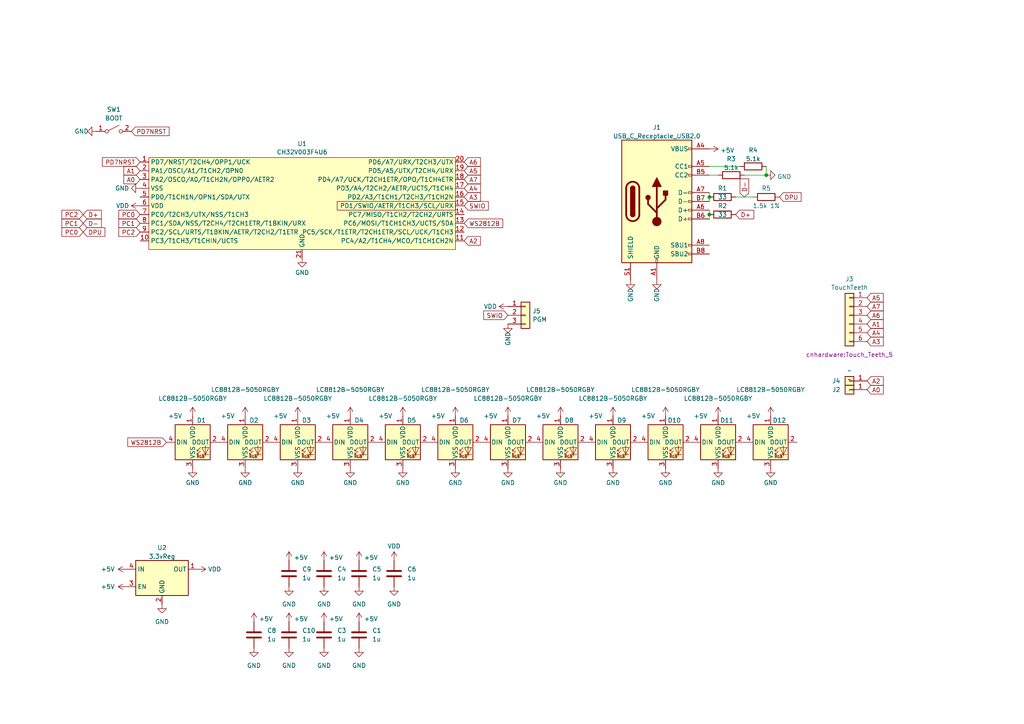
<source format=kicad_sch>
(kicad_sch (version 20230121) (generator eeschema)
  (paper "A4")
  (lib_symbols
    (symbol "CH32V003F4U6:CH32V003F4U6"
      (property "Reference" "U" (at 0 0 0))
      (property "Value" "CH32V003F4U6" (at 0 3.81 0))
      (symbol "CH32V003F4U6_0_1"
        (rectangle (start -44.45 12.7) (end 44.45 -13.97) (fill (type background)))
        (rectangle (start 10.16 0) (end 44.45 -2.54) (fill (type background)))
      )
      (symbol "CH32V003F4U6_1_1"
        (pin bidirectional line (at -46.99 11.43 0) (length 2.54) (name "PD7/NRST/T2CH4/OPP1/UCK") (number "1"))
        (pin bidirectional line (at -46.99 -11.43 0) (length 2.54) (name "PC3/T1CH3/T1CHIN/UCTS") (number "10"))
        (pin bidirectional line (at 46.99 -11.43 180) (length 2.54) (name "PC4/A2/T1CH4/MCO/T1CH1CH2N") (number "11"))
        (pin bidirectional line (at 46.99 -8.89 180) (length 2.54) (name "PC5/SCK/T1ETR/T2CH1ETR/SCL/UCK/T1CH3") (number "12"))
        (pin bidirectional line (at 46.99 -6.35 180) (length 2.54) (name "PC6/MOSI/T1CH1CH3/UCTS/SDA") (number "13"))
        (pin bidirectional line (at 46.99 -3.81 180) (length 2.54) (name "PC7/MISO/T1CH2/T2CH2/URTS") (number "14"))
        (pin bidirectional line (at 46.99 -1.27 180) (length 2.54) (name "PD1/SWIO/AETR/T1CH3/SCL/URX") (number "15"))
        (pin bidirectional line (at 46.99 1.27 180) (length 2.54) (name "PD2/A3/T1CH1/T2CH3/T1CH2N") (number "16"))
        (pin bidirectional line (at 46.99 3.81 180) (length 2.54) (name "PD3/A4/T2CH2/AETR/UCTS/T1CH4") (number "17"))
        (pin bidirectional line (at 46.99 6.35 180) (length 2.54) (name "PD4/A7/UCK/T2CH1ETR/OPO/T1CH4ETR") (number "18"))
        (pin bidirectional line (at 46.99 8.89 180) (length 2.54) (name "PD5/A5/UTX/T2CH4/URX") (number "19"))
        (pin bidirectional line (at -46.99 8.89 0) (length 2.54) (name "PA1/OSCI/A1/T1CH2/OPN0") (number "2"))
        (pin bidirectional line (at 46.99 11.43 180) (length 2.54) (name "PD6/A7/URX/T2CH3/UTX") (number "20"))
        (pin bidirectional line (at 0 -16.51 90) (length 2.54) (name "GND") (number "21"))
        (pin bidirectional line (at -46.99 6.35 0) (length 2.54) (name "PA2/OSCO/A0/T1CH2N/OPP0/AETR2") (number "3"))
        (pin bidirectional line (at -46.99 3.81 0) (length 2.54) (name "VSS") (number "4"))
        (pin bidirectional line (at -46.99 1.27 0) (length 2.54) (name "PD0/T1CH1N/OPN1/SDA/UTX") (number "5"))
        (pin bidirectional line (at -46.99 -1.27 0) (length 2.54) (name "VDD") (number "6"))
        (pin bidirectional line (at -46.99 -3.81 0) (length 2.54) (name "PC0/T2CH3/UTX/NSS/T1CH3") (number "7"))
        (pin bidirectional line (at -46.99 -6.35 0) (length 2.54) (name "PC1/SDA/NSS/T2CH4/T2CH1ETR/T1BKIN/URX") (number "8"))
        (pin bidirectional line (at -46.99 -8.89 0) (length 2.54) (name "PC2/SCL/URTS/T1BKIN/AETR/T2CH2/T1ETR") (number "9"))
      )
    )
    (symbol "Connector:USB_C_Receptacle_USB2.0" (pin_names (offset 1.016))
      (property "Reference" "J" (at -10.16 19.05 0))
      (property "Value" "USB_C_Receptacle_USB2.0" (at 19.05 19.05 0))
      (symbol "USB_C_Receptacle_USB2.0_0_0"
        (rectangle (start -0.254 -17.78) (end 0.254 -16.764))
        (rectangle (start 10.16 -14.986) (end 9.144 -15.494))
        (rectangle (start 10.16 -12.446) (end 9.144 -12.954))
        (rectangle (start 10.16 -4.826) (end 9.144 -5.334))
        (rectangle (start 10.16 -2.286) (end 9.144 -2.794))
        (rectangle (start 10.16 0.254) (end 9.144 -0.254))
        (rectangle (start 10.16 2.794) (end 9.144 2.286))
        (rectangle (start 10.16 7.874) (end 9.144 7.366))
        (rectangle (start 10.16 10.414) (end 9.144 9.906))
        (rectangle (start 10.16 15.494) (end 9.144 14.986))
      )
      (symbol "USB_C_Receptacle_USB2.0_0_1"
        (rectangle (start -10.16 17.78) (end 10.16 -17.78) (stroke (width 0.254)) (fill (type background)))
        (arc (start -8.89 -3.81) (mid -6.985 -5.7067) (end -5.08 -3.81) (stroke (width 0.508)))
        (arc (start -7.62 -3.81) (mid -6.985 -4.4423) (end -6.35 -3.81) (stroke (width 0.254)))
        (arc (start -7.62 -3.81) (mid -6.985 -4.4423) (end -6.35 -3.81) (stroke (width 0.254)) (fill (type outline)))
        (rectangle (start -7.62 -3.81) (end -6.35 3.81) (stroke (width 0.254)) (fill (type outline)))
        (arc (start -6.35 3.81) (mid -6.985 4.4423) (end -7.62 3.81) (stroke (width 0.254)))
        (arc (start -6.35 3.81) (mid -6.985 4.4423) (end -7.62 3.81) (stroke (width 0.254)) (fill (type outline)))
        (arc (start -5.08 3.81) (mid -6.985 5.7067) (end -8.89 3.81) (stroke (width 0.508)))
        (circle (center -2.54 1.143) (radius 0.635) (stroke (width 0.254)) (fill (type outline)))
        (circle (center 0 -5.842) (radius 1.27) (fill (type outline)))
        (polyline (pts (xy -8.89 -3.81) (xy -8.89 3.81)) (stroke (width 0.508)))
        (polyline (pts (xy -5.08 3.81) (xy -5.08 -3.81)) (stroke (width 0.508)))
        (polyline (pts (xy 0 -5.842) (xy 0 4.318)) (stroke (width 0.508)))
        (polyline (pts (xy 0 -3.302) (xy -2.54 -0.762) (xy -2.54 0.508)) (stroke (width 0.508)))
        (polyline (pts (xy 0 -2.032) (xy 2.54 0.508) (xy 2.54 1.778)) (stroke (width 0.508)))
        (polyline (pts (xy -1.27 4.318) (xy 0 6.858) (xy 1.27 4.318) (xy -1.27 4.318)) (stroke (width 0.254)) (fill (type outline)))
        (rectangle (start 1.905 1.778) (end 3.175 3.048) (stroke (width 0.254)) (fill (type outline)))
      )
      (symbol "USB_C_Receptacle_USB2.0_1_1"
        (pin passive line (at 0 -22.86 90) (length 5.08) (name "GND") (number "A1"))
        (pin passive line (at 0 -22.86 90) (length 5.08) hide (name "GND") (number "A12"))
        (pin passive line (at 15.24 15.24 180) (length 5.08) (name "VBUS") (number "A4"))
        (pin bidirectional line (at 15.24 10.16 180) (length 5.08) (name "CC1") (number "A5"))
        (pin bidirectional line (at 15.24 -2.54 180) (length 5.08) (name "D+") (number "A6"))
        (pin bidirectional line (at 15.24 2.54 180) (length 5.08) (name "D-") (number "A7"))
        (pin bidirectional line (at 15.24 -12.7 180) (length 5.08) (name "SBU1") (number "A8"))
        (pin passive line (at 15.24 15.24 180) (length 5.08) hide (name "VBUS") (number "A9"))
        (pin passive line (at 0 -22.86 90) (length 5.08) hide (name "GND") (number "B1"))
        (pin passive line (at 0 -22.86 90) (length 5.08) hide (name "GND") (number "B12"))
        (pin passive line (at 15.24 15.24 180) (length 5.08) hide (name "VBUS") (number "B4"))
        (pin bidirectional line (at 15.24 7.62 180) (length 5.08) (name "CC2") (number "B5"))
        (pin bidirectional line (at 15.24 -5.08 180) (length 5.08) (name "D+") (number "B6"))
        (pin bidirectional line (at 15.24 0 180) (length 5.08) (name "D-") (number "B7"))
        (pin bidirectional line (at 15.24 -15.24 180) (length 5.08) (name "SBU2") (number "B8"))
        (pin passive line (at 15.24 15.24 180) (length 5.08) hide (name "VBUS") (number "B9"))
        (pin passive line (at -7.62 -22.86 90) (length 5.08) (name "SHIELD") (number "S1"))
      )
    )
    (symbol "Connector_Generic:Conn_01x01" (pin_names (offset 1.016) hide)
      (property "Reference" "J" (at 0 2.54 0))
      (property "Value" "Conn_01x01" (at 0 -2.54 0))
      (symbol "Conn_01x01_1_1"
        (rectangle (start -1.27 0.127) (end 0 -0.127) (stroke (width 0.1524)))
        (rectangle (start -1.27 1.27) (end 1.27 -1.27) (stroke (width 0.254)) (fill (type background)))
        (pin passive line (at -5.08 0 0) (length 3.81) (name "Pin_1") (number "1"))
      )
    )
    (symbol "Connector_Generic:Conn_01x03" (pin_names (offset 1.016) hide)
      (property "Reference" "J" (at 0 5.08 0))
      (property "Value" "Conn_01x03" (at 0 -5.08 0))
      (symbol "Conn_01x03_1_1"
        (rectangle (start -1.27 -2.413) (end 0 -2.667) (stroke (width 0.1524)))
        (rectangle (start -1.27 0.127) (end 0 -0.127) (stroke (width 0.1524)))
        (rectangle (start -1.27 2.667) (end 0 2.413) (stroke (width 0.1524)))
        (rectangle (start -1.27 3.81) (end 1.27 -3.81) (stroke (width 0.254)) (fill (type background)))
        (pin passive line (at -5.08 2.54 0) (length 3.81) (name "Pin_1") (number "1"))
        (pin passive line (at -5.08 0 0) (length 3.81) (name "Pin_2") (number "2"))
        (pin passive line (at -5.08 -2.54 0) (length 3.81) (name "Pin_3") (number "3"))
      )
    )
    (symbol "Connector_Generic:Conn_01x06" (pin_names (offset 1.016) hide)
      (property "Reference" "J" (at 0 7.62 0))
      (property "Value" "Conn_01x06" (at 0 -10.16 0))
      (symbol "Conn_01x06_1_1"
        (rectangle (start -1.27 -7.493) (end 0 -7.747) (stroke (width 0.1524)))
        (rectangle (start -1.27 -4.953) (end 0 -5.207) (stroke (width 0.1524)))
        (rectangle (start -1.27 -2.413) (end 0 -2.667) (stroke (width 0.1524)))
        (rectangle (start -1.27 0.127) (end 0 -0.127) (stroke (width 0.1524)))
        (rectangle (start -1.27 2.667) (end 0 2.413) (stroke (width 0.1524)))
        (rectangle (start -1.27 5.207) (end 0 4.953) (stroke (width 0.1524)))
        (rectangle (start -1.27 6.35) (end 1.27 -8.89) (stroke (width 0.254)) (fill (type background)))
        (pin passive line (at -5.08 5.08 0) (length 3.81) (name "Pin_1") (number "1"))
        (pin passive line (at -5.08 2.54 0) (length 3.81) (name "Pin_2") (number "2"))
        (pin passive line (at -5.08 0 0) (length 3.81) (name "Pin_3") (number "3"))
        (pin passive line (at -5.08 -2.54 0) (length 3.81) (name "Pin_4") (number "4"))
        (pin passive line (at -5.08 -5.08 0) (length 3.81) (name "Pin_5") (number "5"))
        (pin passive line (at -5.08 -7.62 0) (length 3.81) (name "Pin_6") (number "6"))
      )
    )
    (symbol "Device:C" (pin_numbers hide) (pin_names (offset 0.254))
      (property "Reference" "C" (at 0.635 2.54 0))
      (property "Value" "C" (at 0.635 -2.54 0))
      (symbol "C_0_1"
        (polyline (pts (xy -2.032 -0.762) (xy 2.032 -0.762)) (stroke (width 0.508)))
        (polyline (pts (xy -2.032 0.762) (xy 2.032 0.762)) (stroke (width 0.508)))
      )
      (symbol "C_1_1"
        (pin passive line (at 0 3.81 270) (length 2.794) (name "~") (number "1"))
        (pin passive line (at 0 -3.81 90) (length 2.794) (name "~") (number "2"))
      )
    )
    (symbol "Device:R" (pin_numbers hide) (pin_names (offset 0))
      (property "Reference" "R" (at 2.032 0 90))
      (property "Value" "R" (at 0 0 90))
      (symbol "R_0_1"
        (rectangle (start -1.016 -2.54) (end 1.016 2.54) (stroke (width 0.254)))
      )
      (symbol "R_1_1"
        (pin passive line (at 0 3.81 270) (length 1.27) (name "~") (number "1"))
        (pin passive line (at 0 -3.81 90) (length 1.27) (name "~") (number "2"))
      )
    )
    (symbol "LED:WS2812B" (pin_names (offset 0.254))
      (property "Reference" "D" (at 5.08 5.715 0))
      (property "Value" "WS2812B" (at 1.27 -5.715 0))
      (symbol "WS2812B_0_0"
        (text "RGB" (at 2.286 -4.191 0) (effects (font (size 0.762 0.762))))
      )
      (symbol "WS2812B_0_1"
        (polyline (pts (xy 1.27 -3.556) (xy 1.778 -3.556)))
        (polyline (pts (xy 1.27 -2.54) (xy 1.778 -2.54)))
        (polyline (pts (xy 4.699 -3.556) (xy 2.667 -3.556)))
        (polyline (pts (xy 2.286 -2.54) (xy 1.27 -3.556) (xy 1.27 -3.048)))
        (polyline (pts (xy 2.286 -1.524) (xy 1.27 -2.54) (xy 1.27 -2.032)))
        (polyline (pts (xy 3.683 -1.016) (xy 3.683 -3.556) (xy 3.683 -4.064)))
        (polyline (pts (xy 4.699 -1.524) (xy 2.667 -1.524) (xy 3.683 -3.556) (xy 4.699 -1.524)))
        (rectangle (start 5.08 5.08) (end -5.08 -5.08) (stroke (width 0.254)) (fill (type background)))
      )
      (symbol "WS2812B_1_1"
        (pin power_in line (at 0 7.62 270) (length 2.54) (name "VDD") (number "1"))
        (pin output line (at 7.62 0 180) (length 2.54) (name "DOUT") (number "2"))
        (pin power_in line (at 0 -7.62 90) (length 2.54) (name "VSS") (number "3"))
        (pin input line (at -7.62 0 0) (length 2.54) (name "DIN") (number "4"))
      )
    )
    (symbol "Regulator_Linear:NCP115AMX120TCG"
      (property "Reference" "U" (at 2.54 10.16 0))
      (property "Value" "NCP115AMX120TCG" (at 10.16 7.62 0))
      (symbol "NCP115AMX120TCG_0_1"
        (rectangle (start -7.62 5.08) (end 7.62 -5.08) (stroke (width 0.254)) (fill (type background)))
      )
      (symbol "NCP115AMX120TCG_1_1"
        (pin power_out line (at 10.16 2.54 180) (length 2.54) (name "OUT") (number "1"))
        (pin power_in line (at 0 -7.62 90) (length 2.54) (name "GND") (number "2"))
        (pin input line (at -10.16 -2.54 0) (length 2.54) (name "EN") (number "3"))
        (pin power_in line (at -10.16 2.54 0) (length 2.54) (name "IN") (number "4"))
        (pin passive line (at 0 -7.62 90) (length 2.54) hide (name "GND") (number "5"))
      )
    )
    (symbol "Switch:SW_SPST" (pin_names (offset 0) hide)
      (property "Reference" "SW" (at 0 3.175 0))
      (property "Value" "SW_SPST" (at 0 -2.54 0))
      (symbol "SW_SPST_0_0"
        (circle (center -2.032 0) (radius 0.508))
        (polyline (pts (xy -1.524 0.254) (xy 1.524 1.778)))
        (circle (center 2.032 0) (radius 0.508))
      )
      (symbol "SW_SPST_1_1"
        (pin passive line (at -5.08 0 0) (length 2.54) (name "A") (number "1"))
        (pin passive line (at 5.08 0 180) (length 2.54) (name "B") (number "2"))
      )
    )
    (symbol "power:+5V" (power) (pin_names (offset 0))
      (property "Value" "+5V" (at 0 3.556 0))
      (symbol "+5V_0_1"
        (polyline (pts (xy -0.762 1.27) (xy 0 2.54)))
        (polyline (pts (xy 0 0) (xy 0 2.54)))
        (polyline (pts (xy 0 2.54) (xy 0.762 1.27)))
      )
      (symbol "+5V_1_1"
        (pin power_in line (at 0 0 90) (length 0) hide (name "+5V") (number "1"))
      )
    )
    (symbol "power:GND" (power) (pin_names (offset 0))
      (property "Value" "GND" (at 0 -3.81 0))
      (symbol "GND_0_1"
        (polyline (pts (xy 0 0) (xy 0 -1.27) (xy 1.27 -1.27) (xy 0 -2.54) (xy -1.27 -1.27) (xy 0 -1.27)))
      )
      (symbol "GND_1_1"
        (pin power_in line (at 0 0 270) (length 0) hide (name "GND") (number "1"))
      )
    )
    (symbol "power:VDD" (power) (pin_names (offset 0))
      (property "Value" "VDD" (at 0 3.81 0))
      (symbol "VDD_0_1"
        (polyline (pts (xy -0.762 1.27) (xy 0 2.54)))
        (polyline (pts (xy 0 0) (xy 0 2.54)))
        (polyline (pts (xy 0 2.54) (xy 0.762 1.27)))
      )
      (symbol "VDD_1_1"
        (pin power_in line (at 0 0 90) (length 0) hide (name "VDD") (number "1"))
      )
    )
  )
  (junction (at 205.74 62.23))
  (junction (at 205.74 57.15))
  (junction (at 222.25 50.8))
  (wire (pts (xy 208.28 50.8) (xy 205.74 50.8)))
  (wire (pts (xy 205.74 57.15) (xy 205.74 58.42)))
  (wire (pts (xy 205.74 62.23) (xy 205.74 63.5)))
  (wire (pts (xy 214.63 48.26) (xy 205.74 48.26)))
  (wire (pts (xy 215.9 50.8) (xy 222.25 50.8)))
  (wire (pts (xy 213.36 57.15) (xy 218.44 57.15)))
  (wire (pts (xy 205.74 60.96) (xy 205.74 62.23)))
  (wire (pts (xy 205.74 55.88) (xy 205.74 57.15)))
  (wire (pts (xy 222.25 50.8) (xy 222.25 48.26)))
  (global_label "A7" (shape input) (at 251.46 88.9 0) (property "Intersheetrefs" "${INTERSHEET_REFS}" (effects hide)))
  (global_label "A6" (shape input) (at 251.46 91.44 0) (property "Intersheetrefs" "${INTERSHEET_REFS}" (effects hide)))
  (global_label "DPU" (shape input) (at 226.06 57.15 0) (property "Intersheetrefs" "${INTERSHEET_REFS}" (effects hide)))
  (global_label "D-" (shape input) (at 215.9 57.15 90) (property "Intersheetrefs" "${INTERSHEET_REFS}" (effects hide)))
  (global_label "A0" (shape input) (at 40.64 52.07 180) (property "Intersheetrefs" "${INTERSHEET_REFS}" (effects hide)))
  (global_label "A2" (shape input) (at 251.46 110.49 0) (property "Intersheetrefs" "${INTERSHEET_REFS}" (effects hide)))
  (global_label "A6" (shape input) (at 134.62 46.99 0) (property "Intersheetrefs" "${INTERSHEET_REFS}" (effects hide)))
  (global_label "D+" (shape input) (at 24.13 62.23 0) (property "Intersheetrefs" "${INTERSHEET_REFS}" (effects hide)))
  (global_label "A5" (shape input) (at 251.46 86.36 0) (property "Intersheetrefs" "${INTERSHEET_REFS}" (effects hide)))
  (global_label "A2" (shape input) (at 134.62 69.85 0) (property "Intersheetrefs" "${INTERSHEET_REFS}" (effects hide)))
  (global_label "A5" (shape input) (at 134.62 49.53 0) (property "Intersheetrefs" "${INTERSHEET_REFS}" (effects hide)))
  (global_label "PC2" (shape input) (at 24.13 62.23 180) (property "Intersheetrefs" "${INTERSHEET_REFS}" (effects hide)))
  (global_label "D-" (shape input) (at 24.13 64.77 0) (property "Intersheetrefs" "${INTERSHEET_REFS}" (effects hide)))
  (global_label "A1" (shape input) (at 40.64 49.53 180) (property "Intersheetrefs" "${INTERSHEET_REFS}" (effects hide)))
  (global_label "D+" (shape input) (at 213.36 62.23 0) (property "Intersheetrefs" "${INTERSHEET_REFS}" (effects hide)))
  (global_label "WS2812B" (shape input) (at 134.62 64.77 0) (property "Intersheetrefs" "${INTERSHEET_REFS}" (effects hide)))
  (global_label "A3" (shape input) (at 134.62 57.15 0) (property "Intersheetrefs" "${INTERSHEET_REFS}" (effects hide)))
  (global_label "SWIO" (shape input) (at 134.62 59.69 0) (property "Intersheetrefs" "${INTERSHEET_REFS}" (effects hide)))
  (global_label "SWIO" (shape input) (at 147.32 91.44 180) (property "Intersheetrefs" "${INTERSHEET_REFS}" (effects hide)))
  (global_label "PC2" (shape input) (at 40.64 67.31 180) (property "Intersheetrefs" "${INTERSHEET_REFS}" (effects hide)))
  (global_label "PD7NRST" (shape input) (at 40.64 46.99 180) (property "Intersheetrefs" "${INTERSHEET_REFS}" (effects hide)))
  (global_label "DPU" (shape input) (at 24.13 67.31 0) (property "Intersheetrefs" "${INTERSHEET_REFS}" (effects hide)))
  (global_label "A0" (shape input) (at 251.46 113.03 0) (property "Intersheetrefs" "${INTERSHEET_REFS}" (effects hide)))
  (global_label "A7" (shape input) (at 134.62 52.07 0) (property "Intersheetrefs" "${INTERSHEET_REFS}" (effects hide)))
  (global_label "WS2812B" (shape input) (at 48.26 128.27 180) (property "Intersheetrefs" "${INTERSHEET_REFS}" (effects hide)))
  (global_label "PC0" (shape input) (at 40.64 62.23 180) (property "Intersheetrefs" "${INTERSHEET_REFS}" (effects hide)))
  (global_label "PC1" (shape input) (at 24.13 64.77 180) (property "Intersheetrefs" "${INTERSHEET_REFS}" (effects hide)))
  (global_label "A1" (shape input) (at 251.46 93.98 0) (property "Intersheetrefs" "${INTERSHEET_REFS}" (effects hide)))
  (global_label "PC1" (shape input) (at 40.64 64.77 180) (property "Intersheetrefs" "${INTERSHEET_REFS}" (effects hide)))
  (global_label "A4" (shape input) (at 251.46 96.52 0) (property "Intersheetrefs" "${INTERSHEET_REFS}" (effects hide)))
  (global_label "PD7NRST" (shape input) (at 38.1 38.1 0) (property "Intersheetrefs" "${INTERSHEET_REFS}" (effects hide)))
  (global_label "PC0" (shape input) (at 24.13 67.31 180) (property "Intersheetrefs" "${INTERSHEET_REFS}" (effects hide)))
  (global_label "A4" (shape input) (at 134.62 54.61 0) (property "Intersheetrefs" "${INTERSHEET_REFS}" (effects hide)))
  (global_label "A3" (shape input) (at 251.46 99.06 0) (property "Intersheetrefs" "${INTERSHEET_REFS}" (effects hide)))
  (symbol (lib_id "power:GND") (at 104.14 187.96 0) (unit 1)
    (property "Reference" "#PWR038" (effects hide))
    (property "Value" "GND" (at 104.14 193.04 0))
  )
  (symbol (lib_id "power:GND") (at 193.04 135.89 0) (unit 1)
    (property "Reference" "#PWR020" (effects hide))
    (property "Value" "GND" (at 193.04 140.0231 0))
  )
  (symbol (lib_id "Device:C") (at 83.82 184.15 0) (unit 1)
    (property "Reference" "C10" (at 87.63 182.8799 0) (effects (justify left)))
    (property "Value" "1u" (at 87.63 185.4199 0) (effects (justify left)))
    (property "Footprint" "Capacitor_SMD:C_0402_1005Metric" (effects hide))
    (property "LCSC" "C237173" (effects hide))
  )
  (symbol (lib_id "power:GND") (at 190.5 81.28 0) (unit 1)
    (property "Reference" "#PWR029" (effects hide))
    (property "Value" "GND" (at 190.5 87.63 90) (effects (justify left)))
  )
  (symbol (lib_id "power:GND") (at 177.8 135.89 0) (unit 1)
    (property "Reference" "#PWR018" (effects hide))
    (property "Value" "GND" (at 177.8 140.0231 0))
  )
  (symbol (lib_id "Device:C") (at 104.14 184.15 0) (unit 1)
    (property "Reference" "C1" (at 107.95 182.8799 0) (effects (justify left)))
    (property "Value" "1u" (at 107.95 185.4199 0) (effects (justify left)))
    (property "Footprint" "Capacitor_SMD:C_0402_1005Metric" (effects hide))
    (property "LCSC" "C237173" (effects hide))
  )
  (symbol (lib_id "power:+5V") (at 193.04 120.65 0) (unit 1)
    (property "Reference" "#PWR019" (effects hide))
    (property "Value" "+5V" (at 187.96 120.65 0))
  )
  (symbol (lib_id "power:GND") (at 46.99 175.26 0) (unit 1)
    (property "Reference" "#PWR035" (effects hide))
    (property "Value" "GND" (at 46.99 180.34 0))
  )
  (symbol (lib_id "power:+5V") (at 71.12 120.65 0) (unit 1)
    (property "Reference" "#PWR03" (effects hide))
    (property "Value" "+5V" (at 66.04 120.65 0))
  )
  (symbol (lib_id "power:VDD") (at 40.64 59.69 90) (unit 1)
    (property "Reference" "#PWR027" (effects hide))
    (property "Value" "VDD" (at 37.465 59.69 90) (effects (justify left)))
  )
  (symbol (lib_id "power:+5V") (at 93.98 180.34 0) (unit 1)
    (property "Reference" "#PWR041" (effects hide))
    (property "Value" "+5V" (at 95.377 179.5038 0) (effects (justify left)))
  )
  (symbol (lib_id "LED:WS2812B") (at 193.04 128.27 0) (unit 1)
    (property "Reference" "D10" (at 195.58 121.92 0))
    (property "Value" "LC8812B-5050RGBY" (at 193.04 113.03 0))
    (property "Footprint" "LED_SMD:LED_WS2812B_PLCC4_5.0x5.0mm_P3.2mm" (effects hide))
    (property "Datasheet" "https://cdn-shop.adafruit.com/datasheets/WS2812B.pdf" (effects hide))
    (property "LCSC" "C7437125" (effects hide))
  )
  (symbol (lib_id "power:GND") (at 87.63 74.93 0) (unit 1)
    (property "Reference" "#PWR025" (effects hide))
    (property "Value" "GND" (at 87.63 79.0631 0))
  )
  (symbol (lib_id "power:GND") (at 116.84 135.89 0) (unit 1)
    (property "Reference" "#PWR010" (effects hide))
    (property "Value" "GND" (at 116.84 140.0231 0))
  )
  (symbol (lib_id "Device:R") (at 212.09 50.8 90) (unit 1)
    (property "Reference" "R3" (at 212.09 46.0842 90))
    (property "Value" "5.1k" (at 212.09 48.6211 90))
    (property "Footprint" "Resistor_SMD:R_0402_1005Metric" (effects hide))
    (property "LCSC" "C258132" (effects hide))
  )
  (symbol (lib_id "power:GND") (at 222.25 50.8 90) (unit 1)
    (property "Reference" "#PWR031" (effects hide))
    (property "Value" "GND" (at 225.425 51.2338 90) (effects (justify right)))
  )
  (symbol (lib_id "Switch:SW_SPST") (at 33.02 38.1 0) (unit 1)
    (property "Reference" "SW1" (at 33.02 31.75 0))
    (property "Value" "BOOT" (at 33.02 34.29 0))
    (property "Footprint" "cnhardware:TS-1187A-B-A-B-TACTILE" (effects hide))
    (property "LCSC" "C318884" (effects hide))
  )
  (symbol (lib_id "Device:C") (at 114.3 166.37 0) (unit 1)
    (property "Reference" "C6" (at 118.11 165.0999 0) (effects (justify left)))
    (property "Value" "1u" (at 118.11 167.6399 0) (effects (justify left)))
    (property "Footprint" "Capacitor_SMD:C_0402_1005Metric" (effects hide))
    (property "LCSC" "C237173" (effects hide))
  )
  (symbol (lib_id "LED:WS2812B") (at 132.08 128.27 0) (unit 1)
    (property "Reference" "D6" (at 134.62 121.92 0))
    (property "Value" "LC8812B-5050RGBY" (at 132.08 113.03 0))
    (property "Footprint" "LED_SMD:LED_WS2812B_PLCC4_5.0x5.0mm_P3.2mm" (effects hide))
    (property "Datasheet" "https://cdn-shop.adafruit.com/datasheets/WS2812B.pdf" (effects hide))
    (property "LCSC" "C7437125" (effects hide))
  )
  (symbol (lib_id "power:+5V") (at 83.82 180.34 0) (unit 1)
    (property "Reference" "#PWR055" (effects hide))
    (property "Value" "+5V" (at 85.217 179.5038 0) (effects (justify left)))
  )
  (symbol (lib_id "power:GND") (at 27.94 38.1 270) (unit 1)
    (property "Reference" "#PWR032" (effects hide))
    (property "Value" "GND" (at 21.59 38.1 90) (effects (justify left)))
  )
  (symbol (lib_id "power:+5V") (at 104.14 180.34 0) (unit 1)
    (property "Reference" "#PWR036" (effects hide))
    (property "Value" "+5V" (at 105.537 179.5038 0) (effects (justify left)))
  )
  (symbol (lib_id "LED:WS2812B") (at 55.88 128.27 0) (unit 1)
    (property "Reference" "D1" (at 58.42 121.92 0))
    (property "Value" "LC8812B-5050RGBY" (at 55.88 115.57 0))
    (property "Footprint" "LED_SMD:LED_WS2812B_PLCC4_5.0x5.0mm_P3.2mm" (effects hide))
    (property "Datasheet" "https://cdn-shop.adafruit.com/datasheets/WS2812B.pdf" (effects hide))
    (property "LCSC" "C7437125" (effects hide))
  )
  (symbol (lib_id "power:GND") (at 104.14 170.18 0) (unit 1)
    (property "Reference" "#PWR046" (effects hide))
    (property "Value" "GND" (at 104.14 175.26 0))
  )
  (symbol (lib_id "power:+5V") (at 208.28 120.65 0) (unit 1)
    (property "Reference" "#PWR021" (effects hide))
    (property "Value" "+5V" (at 203.2 120.65 0))
  )
  (symbol (lib_id "power:+5V") (at 36.83 170.18 90) (unit 1)
    (property "Reference" "#PWR034" (effects hide))
    (property "Value" "+5V" (at 29.21 170.18 90) (effects (justify right)))
  )
  (symbol (lib_id "power:VDD") (at 147.32 88.9 90) (unit 1)
    (property "Reference" "#PWR049" (effects hide))
    (property "Value" "VDD" (at 144.145 88.9 90) (effects (justify left)))
  )
  (symbol (lib_id "LED:WS2812B") (at 116.84 128.27 0) (unit 1)
    (property "Reference" "D5" (at 119.38 121.92 0))
    (property "Value" "LC8812B-5050RGBY" (at 116.84 115.57 0))
    (property "Footprint" "LED_SMD:LED_WS2812B_PLCC4_5.0x5.0mm_P3.2mm" (effects hide))
    (property "Datasheet" "https://cdn-shop.adafruit.com/datasheets/WS2812B.pdf" (effects hide))
    (property "LCSC" "C7437125" (effects hide))
  )
  (symbol (lib_id "power:GND") (at 101.6 135.89 0) (unit 1)
    (property "Reference" "#PWR08" (effects hide))
    (property "Value" "GND" (at 101.6 140.0231 0))
  )
  (symbol (lib_id "power:+5V") (at 86.36 120.65 0) (unit 1)
    (property "Reference" "#PWR05" (effects hide))
    (property "Value" "+5V" (at 81.28 120.65 0))
  )
  (symbol (lib_id "Device:R") (at 222.25 57.15 90) (unit 1)
    (property "Reference" "R5" (at 222.25 54.61 90))
    (property "Value" "1.5k 1%" (at 222.25 59.69 90))
    (property "Footprint" "Resistor_SMD:R_0402_1005Metric" (effects hide))
    (property "LCSC" "C25867" (effects hide))
  )
  (symbol (lib_id "power:+5V") (at 93.98 162.56 0) (unit 1)
    (property "Reference" "#PWR043" (effects hide))
    (property "Value" "+5V" (at 95.377 161.7238 0) (effects (justify left)))
  )
  (symbol (lib_id "power:+5V") (at 162.56 120.65 0) (unit 1)
    (property "Reference" "#PWR015" (effects hide))
    (property "Value" "+5V" (at 157.48 120.65 0))
  )
  (symbol (lib_id "power:GND") (at 86.36 135.89 0) (unit 1)
    (property "Reference" "#PWR06" (effects hide))
    (property "Value" "GND" (at 86.36 140.0231 0))
  )
  (symbol (lib_id "Connector:USB_C_Receptacle_USB2.0") (at 190.5 58.42 0) (unit 1)
    (property "Reference" "J1" (at 190.5 36.9402 0))
    (property "Value" "USB_C_Receptacle_USB2.0" (at 190.5 39.4771 0))
    (property "Footprint" "Connector_USB:USB_C_Receptacle_HRO_TYPE-C-31-M-12" (effects hide))
    (property "Datasheet" "https://www.usb.org/sites/default/files/documents/usb_type-c.zip" (effects hide))
    (property "LCSC" "C709358" (effects hide))
  )
  (symbol (lib_id "power:GND") (at 40.64 54.61 270) (unit 1)
    (property "Reference" "#PWR026" (effects hide))
    (property "Value" "GND" (at 37.4651 54.61 90) (effects (justify right)))
  )
  (symbol (lib_id "power:+5V") (at 55.88 120.65 0) (unit 1)
    (property "Reference" "#PWR01" (effects hide))
    (property "Value" "+5V" (at 50.8 120.65 0))
  )
  (symbol (lib_id "LED:WS2812B") (at 177.8 128.27 0) (unit 1)
    (property "Reference" "D9" (at 180.34 121.92 0))
    (property "Value" "LC8812B-5050RGBY" (at 177.8 115.57 0))
    (property "Footprint" "LED_SMD:LED_WS2812B_PLCC4_5.0x5.0mm_P3.2mm" (effects hide))
    (property "Datasheet" "https://cdn-shop.adafruit.com/datasheets/WS2812B.pdf" (effects hide))
    (property "LCSC" "C7437125" (effects hide))
  )
  (symbol (lib_id "power:GND") (at 182.88 81.28 0) (unit 1)
    (property "Reference" "#PWR028" (effects hide))
    (property "Value" "GND" (at 182.88 87.63 90) (effects (justify left)))
  )
  (symbol (lib_id "power:GND") (at 73.66 187.96 0) (unit 1)
    (property "Reference" "#PWR052" (effects hide))
    (property "Value" "GND" (at 73.66 193.04 0))
  )
  (symbol (lib_id "power:GND") (at 132.08 135.89 0) (unit 1)
    (property "Reference" "#PWR012" (effects hide))
    (property "Value" "GND" (at 132.08 140.0231 0))
  )
  (symbol (lib_id "Connector_Generic:Conn_01x01") (at 246.38 110.49 180) (unit 1)
    (property "Reference" "J4" (at 242.57 110.49 0))
    (property "Value" "~" (at 246.38 107.4999 0))
    (property "Footprint" "cnhardware:touchpad_12.5x7mm_retircle" (effects hide))
  )
  (symbol (lib_id "power:GND") (at 93.98 187.96 0) (unit 1)
    (property "Reference" "#PWR042" (effects hide))
    (property "Value" "GND" (at 93.98 193.04 0))
  )
  (symbol (lib_id "power:GND") (at 83.82 187.96 0) (unit 1)
    (property "Reference" "#PWR056" (effects hide))
    (property "Value" "GND" (at 83.82 193.04 0))
  )
  (symbol (lib_id "LED:WS2812B") (at 71.12 128.27 0) (unit 1)
    (property "Reference" "D2" (at 73.66 121.92 0))
    (property "Value" "LC8812B-5050RGBY" (at 71.12 113.03 0))
    (property "Footprint" "LED_SMD:LED_WS2812B_PLCC4_5.0x5.0mm_P3.2mm" (effects hide))
    (property "Datasheet" "https://cdn-shop.adafruit.com/datasheets/WS2812B.pdf" (effects hide))
    (property "LCSC" "C7437125" (effects hide))
  )
  (symbol (lib_id "Device:C") (at 93.98 184.15 0) (unit 1)
    (property "Reference" "C3" (at 97.79 182.8799 0) (effects (justify left)))
    (property "Value" "1u" (at 97.79 185.4199 0) (effects (justify left)))
    (property "Footprint" "Capacitor_SMD:C_0402_1005Metric" (effects hide))
    (property "LCSC" "C237173" (effects hide))
  )
  (symbol (lib_id "power:GND") (at 162.56 135.89 0) (unit 1)
    (property "Reference" "#PWR016" (effects hide))
    (property "Value" "GND" (at 162.56 140.0231 0))
  )
  (symbol (lib_id "power:VDD") (at 114.3 162.56 0) (unit 1)
    (property "Reference" "#PWR039" (effects hide))
    (property "Value" "VDD" (at 114.3 158.4269 0))
  )
  (symbol (lib_id "power:GND") (at 147.32 135.89 0) (unit 1)
    (property "Reference" "#PWR014" (effects hide))
    (property "Value" "GND" (at 147.32 140.0231 0))
  )
  (symbol (lib_id "power:GND") (at 71.12 135.89 0) (unit 1)
    (property "Reference" "#PWR04" (effects hide))
    (property "Value" "GND" (at 71.12 140.0231 0))
  )
  (symbol (lib_id "power:GND") (at 223.52 135.89 0) (unit 1)
    (property "Reference" "#PWR024" (effects hide))
    (property "Value" "GND" (at 223.52 140.0231 0))
  )
  (symbol (lib_id "Regulator_Linear:NCP115AMX120TCG") (at 46.99 167.64 0) (unit 1)
    (property "Reference" "U2" (at 46.99 158.8602 0))
    (property "Value" "3.3vReg" (at 46.99 161.3971 0))
    (property "Footprint" "cnhardware:xdfn-reg" (effects hide))
    (property "Datasheet" "https://www.onsemi.com/pub/Collateral/NCP115-D.PDF" (effects hide))
    (property "LCSC" "C81114" (effects hide))
  )
  (symbol (lib_id "Device:C") (at 104.14 166.37 0) (unit 1)
    (property "Reference" "C5" (at 107.95 165.0999 0) (effects (justify left)))
    (property "Value" "1u" (at 107.95 167.6399 0) (effects (justify left)))
    (property "Footprint" "Capacitor_SMD:C_0402_1005Metric" (effects hide))
    (property "LCSC" "C237173" (effects hide))
  )
  (symbol (lib_id "Connector_Generic:Conn_01x01") (at 246.38 113.03 180) (unit 1)
    (property "Reference" "J2" (at 242.57 113.03 0))
    (property "Value" "~" (at 246.38 110.0399 0))
    (property "Footprint" "cnhardware:touchpad_12.5x7mm_retircle" (effects hide))
  )
  (symbol (lib_id "LED:WS2812B") (at 223.52 128.27 0) (unit 1)
    (property "Reference" "D12" (at 226.06 121.92 0))
    (property "Value" "LC8812B-5050RGBY" (at 223.52 113.03 0))
    (property "Footprint" "LED_SMD:LED_WS2812B_PLCC4_5.0x5.0mm_P3.2mm" (effects hide))
    (property "Datasheet" "https://cdn-shop.adafruit.com/datasheets/WS2812B.pdf" (effects hide))
    (property "LCSC" "C7437125" (effects hide))
  )
  (symbol (lib_id "Device:C") (at 93.98 166.37 0) (unit 1)
    (property "Reference" "C4" (at 97.79 165.0999 0) (effects (justify left)))
    (property "Value" "1u" (at 97.79 167.6399 0) (effects (justify left)))
    (property "Footprint" "Capacitor_SMD:C_0402_1005Metric" (effects hide))
    (property "LCSC" "C237173" (effects hide))
  )
  (symbol (lib_id "power:GND") (at 93.98 170.18 0) (unit 1)
    (property "Reference" "#PWR044" (effects hide))
    (property "Value" "GND" (at 93.98 175.26 0))
  )
  (symbol (lib_id "power:+5V") (at 132.08 120.65 0) (unit 1)
    (property "Reference" "#PWR011" (effects hide))
    (property "Value" "+5V" (at 127 120.65 0))
  )
  (symbol (lib_id "CH32V003F4U6:CH32V003F4U6") (at 87.63 58.42 0) (unit 1)
    (property "Reference" "U1" (at 87.63 41.7027 0))
    (property "Value" "CH32V003F4U6" (at 87.63 44.1269 0))
    (property "Footprint" "Package_DFN_QFN:QFN-20-1EP_3x3mm_P0.4mm_EP1.65x1.65mm" (effects hide))
    (property "LCSC" "C5299908" (effects hide))
  )
  (symbol (lib_id "power:VDD") (at 57.15 165.1 270) (unit 1)
    (property "Reference" "#PWR037" (effects hide))
    (property "Value" "VDD" (at 60.325 165.1 90) (effects (justify left)))
  )
  (symbol (lib_id "power:+5V") (at 147.32 120.65 0) (unit 1)
    (property "Reference" "#PWR013" (effects hide))
    (property "Value" "+5V" (at 142.24 120.65 0))
  )
  (symbol (lib_id "LED:WS2812B") (at 101.6 128.27 0) (unit 1)
    (property "Reference" "D4" (at 104.14 121.92 0))
    (property "Value" "LC8812B-5050RGBY" (at 101.6 113.03 0))
    (property "Footprint" "LED_SMD:LED_WS2812B_PLCC4_5.0x5.0mm_P3.2mm" (effects hide))
    (property "Datasheet" "https://cdn-shop.adafruit.com/datasheets/WS2812B.pdf" (effects hide))
    (property "LCSC" "C7437125" (effects hide))
  )
  (symbol (lib_id "power:GND") (at 55.88 135.89 0) (unit 1)
    (property "Reference" "#PWR02" (effects hide))
    (property "Value" "GND" (at 55.88 140.0231 0))
  )
  (symbol (lib_id "Connector_Generic:Conn_01x06") (at 246.38 91.44 0) (mirror y) (unit 1)
    (property "Reference" "J3" (at 246.38 80.9457 0))
    (property "Value" "TouchTeeth" (at 246.38 83.3699 0))
    (property "Footprint" "cnhardware:Touch_Teeth_5" (at 246.38 102.87 0))
  )
  (symbol (lib_id "Device:C") (at 83.82 166.37 0) (unit 1)
    (property "Reference" "C9" (at 87.63 165.0999 0) (effects (justify left)))
    (property "Value" "1u" (at 87.63 167.6399 0) (effects (justify left)))
    (property "Footprint" "Capacitor_SMD:C_0402_1005Metric" (effects hide))
    (property "LCSC" "C237173" (effects hide))
  )
  (symbol (lib_id "Connector_Generic:Conn_01x03") (at 152.4 91.44 0) (unit 1)
    (property "Reference" "J5" (at 154.432 90.2279 0) (effects (justify left)))
    (property "Value" "PGM" (at 154.432 92.6521 0) (effects (justify left)))
    (property "Footprint" "Connector_PinSocket_2.54mm:PinSocket_1x03_P2.54mm_Vertical" (effects hide))
  )
  (symbol (lib_id "LED:WS2812B") (at 86.36 128.27 0) (unit 1)
    (property "Reference" "D3" (at 88.9 121.92 0))
    (property "Value" "LC8812B-5050RGBY" (at 86.36 115.57 0))
    (property "Footprint" "LED_SMD:LED_WS2812B_PLCC4_5.0x5.0mm_P3.2mm" (effects hide))
    (property "Datasheet" "https://cdn-shop.adafruit.com/datasheets/WS2812B.pdf" (effects hide))
    (property "LCSC" "C7437125" (effects hide))
  )
  (symbol (lib_id "power:+5V") (at 83.82 162.56 0) (unit 1)
    (property "Reference" "#PWR053" (effects hide))
    (property "Value" "+5V" (at 85.217 161.7238 0) (effects (justify left)))
  )
  (symbol (lib_id "power:+5V") (at 73.66 180.34 0) (unit 1)
    (property "Reference" "#PWR051" (effects hide))
    (property "Value" "+5V" (at 75.057 179.5038 0) (effects (justify left)))
  )
  (symbol (lib_id "power:+5V") (at 116.84 120.65 0) (unit 1)
    (property "Reference" "#PWR09" (effects hide))
    (property "Value" "+5V" (at 111.76 120.65 0))
  )
  (symbol (lib_id "LED:WS2812B") (at 208.28 128.27 0) (unit 1)
    (property "Reference" "D11" (at 210.82 121.92 0))
    (property "Value" "LC8812B-5050RGBY" (at 208.28 115.57 0))
    (property "Footprint" "LED_SMD:LED_WS2812B_PLCC4_5.0x5.0mm_P3.2mm" (effects hide))
    (property "Datasheet" "https://cdn-shop.adafruit.com/datasheets/WS2812B.pdf" (effects hide))
    (property "LCSC" "C7437125" (effects hide))
  )
  (symbol (lib_id "LED:WS2812B") (at 147.32 128.27 0) (unit 1)
    (property "Reference" "D7" (at 149.86 121.92 0))
    (property "Value" "LC8812B-5050RGBY" (at 147.32 115.57 0))
    (property "Footprint" "LED_SMD:LED_WS2812B_PLCC4_5.0x5.0mm_P3.2mm" (effects hide))
    (property "Datasheet" "https://cdn-shop.adafruit.com/datasheets/WS2812B.pdf" (effects hide))
    (property "LCSC" "C7437125" (effects hide))
  )
  (symbol (lib_id "power:+5V") (at 36.83 165.1 90) (unit 1)
    (property "Reference" "#PWR033" (effects hide))
    (property "Value" "+5V" (at 29.21 165.1 90) (effects (justify right)))
  )
  (symbol (lib_id "power:+5V") (at 101.6 120.65 0) (unit 1)
    (property "Reference" "#PWR07" (effects hide))
    (property "Value" "+5V" (at 96.52 120.65 0))
  )
  (symbol (lib_id "Device:R") (at 218.44 48.26 90) (unit 1)
    (property "Reference" "R4" (at 218.44 43.5442 90))
    (property "Value" "5.1k" (at 218.44 46.0811 90))
    (property "Footprint" "Resistor_SMD:R_0402_1005Metric" (effects hide))
    (property "LCSC" "C258132" (effects hide))
  )
  (symbol (lib_id "LED:WS2812B") (at 162.56 128.27 0) (unit 1)
    (property "Reference" "D8" (at 165.1 121.92 0))
    (property "Value" "LC8812B-5050RGBY" (at 162.56 113.03 0))
    (property "Footprint" "LED_SMD:LED_WS2812B_PLCC4_5.0x5.0mm_P3.2mm" (effects hide))
    (property "Datasheet" "https://cdn-shop.adafruit.com/datasheets/WS2812B.pdf" (effects hide))
    (property "LCSC" "C7437125" (effects hide))
  )
  (symbol (lib_id "power:GND") (at 147.32 93.98 0) (unit 1)
    (property "Reference" "#PWR040" (effects hide))
    (property "Value" "GND" (at 147.32 100.33 90) (effects (justify left)))
  )
  (symbol (lib_id "power:+5V") (at 223.52 120.65 0) (unit 1)
    (property "Reference" "#PWR023" (effects hide))
    (property "Value" "+5V" (at 218.44 120.65 0))
  )
  (symbol (lib_id "power:GND") (at 114.3 170.18 0) (unit 1)
    (property "Reference" "#PWR048" (effects hide))
    (property "Value" "GND" (at 114.3 175.26 0))
  )
  (symbol (lib_id "power:+5V") (at 177.8 120.65 0) (unit 1)
    (property "Reference" "#PWR017" (effects hide))
    (property "Value" "+5V" (at 172.72 120.65 0))
  )
  (symbol (lib_id "Device:R") (at 209.55 57.15 90) (unit 1)
    (property "Reference" "R1" (at 209.55 54.61 90))
    (property "Value" "33" (at 209.55 57.15 90))
    (property "Footprint" "Resistor_SMD:R_0402_1005Metric" (effects hide))
    (property "LCSC" "C25105" (effects hide))
  )
  (symbol (lib_id "Device:R") (at 209.55 62.23 90) (unit 1)
    (property "Reference" "R2" (at 209.55 59.69 90))
    (property "Value" "33" (at 209.55 62.23 90))
    (property "Footprint" "Resistor_SMD:R_0402_1005Metric" (effects hide))
    (property "LCSC" "C25105" (effects hide))
  )
  (symbol (lib_id "Device:C") (at 73.66 184.15 0) (unit 1)
    (property "Reference" "C8" (at 77.47 182.8799 0) (effects (justify left)))
    (property "Value" "1u" (at 77.47 185.4199 0) (effects (justify left)))
    (property "Footprint" "Capacitor_SMD:C_0402_1005Metric" (effects hide))
    (property "LCSC" "C237173" (effects hide))
  )
  (symbol (lib_id "power:GND") (at 83.82 170.18 0) (unit 1)
    (property "Reference" "#PWR054" (effects hide))
    (property "Value" "GND" (at 83.82 175.26 0))
  )
  (symbol (lib_id "power:+5V") (at 205.74 43.18 270) (unit 1)
    (property "Reference" "#PWR030" (effects hide))
    (property "Value" "+5V" (at 208.915 43.6138 90) (effects (justify left)))
  )
  (symbol (lib_id "power:+5V") (at 104.14 162.56 0) (unit 1)
    (property "Reference" "#PWR045" (effects hide))
    (property "Value" "+5V" (at 105.537 161.7238 0) (effects (justify left)))
  )
  (symbol (lib_id "power:GND") (at 208.28 135.89 0) (unit 1)
    (property "Reference" "#PWR022" (effects hide))
    (property "Value" "GND" (at 208.28 140.0231 0))
  )
)
</source>
